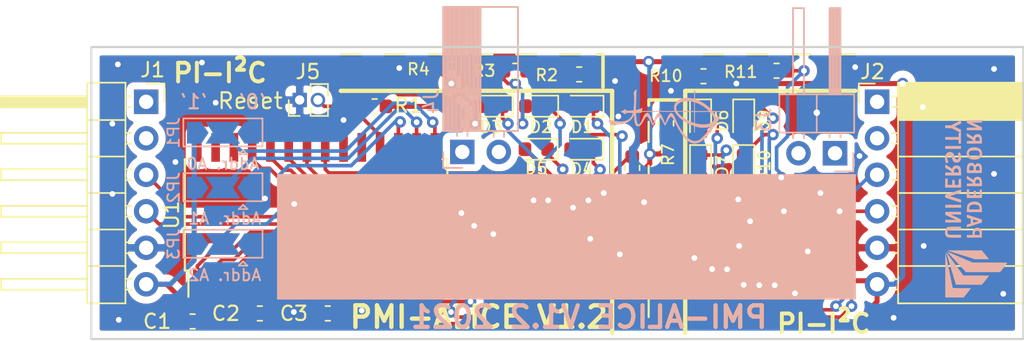
<source format=kicad_pcb>
(kicad_pcb (version 20171130) (host pcbnew 5.99.0+really5.1.12+dfsg1-1)
  (title_block (title PMI-ALICE) (date 2021-04-19) (rev "V 1.2") (company "Paderborn University - Measurement Engineering Group"))
  (layers (0 F.Cu signal) (31 B.Cu signal) (34 B.Paste user) (35 F.Paste user) (36 B.SilkS user) (37 F.SilkS user) (38 B.Mask user) (39 F.Mask user) (44 Edge.Cuts user))
  (net 0 "")
  (net 1 /SCL)
  (net 2 /SDA)
  (net 3 GND)
  (net 4 +3V3)
  (net 5 "Net-(D1-Pad2)")
  (net 6 "Net-(D2-Pad2)")
  (net 7 "Net-(D3-Pad2)")
  (net 8 "Net-(D4-Pad2)")
  (net 9 "Net-(D5-Pad2)")
  (net 10 "Net-(D6-Pad2)")
  (net 11 "Net-(D7-Pad2)")
  (net 12 "Net-(D8-Pad2)")
  (net 13 "Net-(D9-Pad2)")
  (net 14 "Net-(D10-Pad2)")
  (net 15 /D_MP_G)
  (net 16 /D_MP_R)
  (net 17 /D_MS_G)
  (net 18 /D_MS_Y)
  (net 19 /D_MS_R)
  (net 20 /D_SP_G)
  (net 21 /D_SP_R)
  (net 22 /D_SS_G)
  (net 23 /D_SS_Y)
  (net 24 /D_SS_R)
  (net 25 /A0)
  (net 26 /A1)
  (net 27 /A2)
  (net 28 "Net-(J5-Pad2)")
  (module Connector_PinHeader_1.27mm:PinHeader_1x02_P1.27mm_Vertical (layer F.Cu) (at 70.866001 58.293 90)
    (fp_text reference J5 (at 1.9685 0.5715 180) (layer F.SilkS))
    (fp_text value Reset)
    (pad 2 thru_hole oval (at 0 1.27 90) (size 1 1) (drill 0.65) (layers *.Cu *.Mask) (net 28 "Net-(J5-Pad2)"))
    (pad 1 thru_hole rect (at 0 0 90) (size 1 1) (drill 0.65) (layers *.Cu *.Mask) (net 3 GND))
  )
  (module Capacitor_SMD:C_0603_1608Metric (layer F.Cu) (at 107.823001 70.104 90)
    (fp_text reference C4 (at 2.35712 0.03048 90) (layer F.SilkS))
    (fp_text value 100n)
    (pad 2 smd roundrect (at 0.775 0 90) (size 0.9 0.95) (layers F.Cu F.Paste F.Mask) (net 3 GND))
    (pad 1 smd roundrect (at -0.775 0 90) (size 0.9 0.95) (layers F.Cu F.Paste F.Mask) (net 4 +3V3))
  )
  (module Connector_PinSocket_2.54mm:PinSocket_1x02_P2.54mm_Horizontal (layer B.Cu) (at 82.169001 61.90996 270)
    (fp_text reference J4 (at -3.48996 2.159 270) (layer B.SilkS) (effects (justify mirror)))
    (fp_text value "Board Conn")
    (pad 2 thru_hole oval (at 0 -2.54 270) (size 1.7 1.7) (drill 1) (layers *.Cu *.Mask))
    (pad 1 thru_hole rect (at 0 0 270) (size 1.7 1.7) (drill 1) (layers *.Cu *.Mask))
  )
  (module Jumper:SolderJumper-3_P2.0mm_Open_TrianglePad1.0x1.5mm (layer B.Cu) (at 65.532001 68.326 180)
    (fp_text reference JP3 (at 3.429 0 90) (layer B.SilkS) (effects (font (size 0.8 0.8) (thickness 0.13)) (justify mirror)))
    (fp_text value SolderJumper_Addr_A2)
    (pad 3 smd custom (at 2 0) (size 0.3 0.3) (layers B.Cu B.Mask) (net 4 +3V3) (options (clearance outline) (anchor rect)) (primitives (gr_poly (pts (xy -0.5 0.75) (xy 0.5 0.75) (xy 1 0) (xy 0.5 -0.75) (xy -0.5 -0.75)) (width 0))))
    (pad 2 smd custom (at 0 0 180) (size 0.3 0.3) (layers B.Cu) (net 27 /A2) (options (clearance outline) (anchor rect)) (primitives (gr_poly (pts (xy -1.2 0.75) (xy 1.2 0.75) (xy 0.7 0) (xy 1.2 -0.75) (xy -1.2 -0.75) (xy -0.7 0)) (width 0))))
    (pad 1 smd custom (at -2 0 180) (size 0.3 0.3) (layers B.Cu B.Mask) (net 3 GND) (options (clearance outline) (anchor rect)) (primitives (gr_poly (pts (xy -0.5 0.75) (xy 0.5 0.75) (xy 1 0) (xy 0.5 -0.75) (xy -0.5 -0.75)) (width 0))))
  )
  (module Jumper:SolderJumper-3_P2.0mm_Open_TrianglePad1.0x1.5mm (layer B.Cu) (at 65.532001 64.389 180)
    (fp_text reference JP2 (at 3.429 0 90) (layer B.SilkS) (effects (font (size 0.8 0.8) (thickness 0.13)) (justify mirror)))
    (fp_text value SolderJumper_Addr_A1)
    (pad 3 smd custom (at 2 0) (size 0.3 0.3) (layers B.Cu B.Mask) (net 4 +3V3) (options (clearance outline) (anchor rect)) (primitives (gr_poly (pts (xy -0.5 0.75) (xy 0.5 0.75) (xy 1 0) (xy 0.5 -0.75) (xy -0.5 -0.75)) (width 0))))
    (pad 2 smd custom (at 0 0 180) (size 0.3 0.3) (layers B.Cu) (net 26 /A1) (options (clearance outline) (anchor rect)) (primitives (gr_poly (pts (xy -1.2 0.75) (xy 1.2 0.75) (xy 0.7 0) (xy 1.2 -0.75) (xy -1.2 -0.75) (xy -0.7 0)) (width 0))))
    (pad 1 smd custom (at -2 0 180) (size 0.3 0.3) (layers B.Cu B.Mask) (net 3 GND) (options (clearance outline) (anchor rect)) (primitives (gr_poly (pts (xy -0.5 0.75) (xy 0.5 0.75) (xy 1 0) (xy 0.5 -0.75) (xy -0.5 -0.75)) (width 0))))
  )
  (module Jumper:SolderJumper-3_P2.0mm_Open_TrianglePad1.0x1.5mm (layer B.Cu) (at 65.532001 60.579 180)
    (fp_text reference JP1 (at 3.429 0 90) (layer B.SilkS) (effects (font (size 0.8 0.8) (thickness 0.12)) (justify mirror)))
    (fp_text value SolderJumper_Addr_A0)
    (pad 3 smd custom (at 2 0) (size 0.3 0.3) (layers B.Cu B.Mask) (net 4 +3V3) (options (clearance outline) (anchor rect)) (primitives (gr_poly (pts (xy -0.5 0.75) (xy 0.5 0.75) (xy 1 0) (xy 0.5 -0.75) (xy -0.5 -0.75)) (width 0))))
    (pad 2 smd custom (at 0 0 180) (size 0.3 0.3) (layers B.Cu) (net 25 /A0) (options (clearance outline) (anchor rect)) (primitives (gr_poly (pts (xy -1.2 0.75) (xy 1.2 0.75) (xy 0.7 0) (xy 1.2 -0.75) (xy -1.2 -0.75) (xy -0.7 0)) (width 0))))
    (pad 1 smd custom (at -2 0 180) (size 0.3 0.3) (layers B.Cu B.Mask) (net 3 GND) (options (clearance outline) (anchor rect)) (primitives (gr_poly (pts (xy -0.5 0.75) (xy 0.5 0.75) (xy 1 0) (xy 0.5 -0.75) (xy -0.5 -0.75)) (width 0))))
  )
  (module Connector_PinHeader_2.54mm:PinHeader_1x02_P2.54mm_Horizontal (layer B.Cu) (at 108.075001 62.0014 90)
    (fp_text reference J3 (at 2.3114 -4.951 270) (layer B.SilkS) (effects (justify mirror)))
    (fp_text value "Board Conn")
    (pad 2 thru_hole oval (at 0 -2.54 90) (size 1.7 1.7) (drill 1) (layers *.Cu *.Mask))
    (pad 1 thru_hole rect (at 0 0 90) (size 1.7 1.7) (drill 1) (layers *.Cu *.Mask))
  )
  (module Symbol-emt:UPB-Logo_En_12.3X4.3mm (layer B.Cu) (at 117.030501 64.4525 90)
    (fp_text reference H3 hide)
    (fp_text value UPB_Logo_Back)
  )
  (module Symbol-emt:EMT-Logo_8.2x4.1mm_Silkscreen (layer B.Cu) (at 96.266001 59.436 180)
    (fp_text reference H2 hide)
    (fp_text value EMT_Logo_Back)
  )
  (module Symbol-emt:EMT-Logo_5.1x2.5mm_Silkscreen (layer F.Cu) (at 87.503001 68.453)
    (fp_text reference H1 hide)
    (fp_text value EMT_Logo_Front)
  )
  (module Resistor_SMD:R_0603_1608Metric (layer F.Cu) (at 90.297001 56.515)
    (fp_text reference R2 (at -2.2606 0.0508 180) (layer F.SilkS) (effects (font (size 0.8 0.8) (thickness 0.13))))
    (fp_text value 560)
    (pad 2 smd roundrect (at 0.7875 0) (size 0.875 0.95) (layers F.Cu F.Paste F.Mask) (net 5 "Net-(D1-Pad2)"))
    (pad 1 smd roundrect (at -0.7875 0) (size 0.875 0.95) (layers F.Cu F.Paste F.Mask) (net 4 +3V3))
  )
  (module LED_SMD:LED_0603_1608Metric (layer F.Cu) (at 98.729801 59.7408 270)
    (fp_text reference D6 (at 0 -1.498601 90) (layer F.SilkS) (effects (font (size 0.8 0.8) (thickness 0.13))))
    (fp_text value SS_R)
    (pad 1 smd roundrect (at -0.7875 0 270) (size 0.875 0.95) (layers F.Cu F.Paste F.Mask) (net 24 /D_SS_R))
    (pad 2 smd roundrect (at 0.7875 0 270) (size 0.875 0.95) (layers F.Cu F.Paste F.Mask) (net 10 "Net-(D6-Pad2)"))
  )
  (module LED_SMD:LED_0603_1608Metric (layer F.Cu) (at 98.729801 62.9158 270)
    (fp_text reference D7 (at 0 -1.498601 90) (layer F.SilkS) (effects (font (size 0.8 0.8) (thickness 0.13))))
    (fp_text value SS_Y)
    (pad 2 smd roundrect (at 0.7875 0 270) (size 0.875 0.95) (layers F.Cu F.Paste F.Mask) (net 11 "Net-(D7-Pad2)"))
    (pad 1 smd roundrect (at -0.7875 0 270) (size 0.875 0.95) (layers F.Cu F.Paste F.Mask) (net 23 /D_SS_Y))
  )
  (module LED_SMD:LED_0603_1608Metric (layer F.Cu) (at 98.729801 66.1162 270)
    (fp_text reference D8 (at 0 -1.43 90) (layer F.SilkS) (effects (font (size 0.8 0.8) (thickness 0.13))))
    (fp_text value SS_G)
    (pad 1 smd roundrect (at -0.7875 0 270) (size 0.875 0.95) (layers F.Cu F.Paste F.Mask) (net 22 /D_SS_G))
    (pad 2 smd roundrect (at 0.7875 0 270) (size 0.875 0.95) (layers F.Cu F.Paste F.Mask) (net 12 "Net-(D8-Pad2)"))
  )
  (module LED_SMD:LED_0603_1608Metric (layer F.Cu) (at 101.727001 59.7408 270)
    (fp_text reference D9 (at 0 -1.43 90) (layer F.SilkS) (effects (font (size 0.8 0.8) (thickness 0.13))))
    (fp_text value SP_R)
    (pad 2 smd roundrect (at 0.7875 0 270) (size 0.875 0.95) (layers F.Cu F.Paste F.Mask) (net 13 "Net-(D9-Pad2)"))
    (pad 1 smd roundrect (at -0.7875 0 270) (size 0.875 0.95) (layers F.Cu F.Paste F.Mask) (net 21 /D_SP_R))
  )
  (module LED_SMD:LED_0603_1608Metric (layer F.Cu) (at 101.727001 62.9158 270)
    (fp_text reference D10 (at 0 -1.43 90) (layer F.SilkS) (effects (font (size 0.8 0.8) (thickness 0.13))))
    (fp_text value SP_G)
    (pad 1 smd roundrect (at -0.7875 0 270) (size 0.875 0.95) (layers F.Cu F.Paste F.Mask) (net 20 /D_SP_G))
    (pad 2 smd roundrect (at 0.7875 0 270) (size 0.875 0.95) (layers F.Cu F.Paste F.Mask) (net 14 "Net-(D10-Pad2)"))
  )
  (module Resistor_SMD:R_0603_1608Metric (layer F.Cu) (at 104.013001 56.261)
    (fp_text reference R11 (at -2.4892 0.0762 180) (layer F.SilkS) (effects (font (size 0.8 0.8) (thickness 0.13))))
    (fp_text value 330)
    (pad 1 smd roundrect (at -0.7875 0) (size 0.875 0.95) (layers F.Cu F.Paste F.Mask) (net 4 +3V3))
    (pad 2 smd roundrect (at 0.7875 0) (size 0.875 0.95) (layers F.Cu F.Paste F.Mask) (net 14 "Net-(D10-Pad2)"))
  )
  (module Resistor_SMD:R_0603_1608Metric (layer F.Cu) (at 96.3422 59.9186 90)
    (fp_text reference R7 (at -2.1844 0.127001 90) (layer F.SilkS) (effects (font (size 0.8 0.8) (thickness 0.13))))
    (fp_text value 560)
    (pad 2 smd roundrect (at 0.7875 0 90) (size 0.875 0.95) (layers F.Cu F.Paste F.Mask) (net 10 "Net-(D6-Pad2)"))
    (pad 1 smd roundrect (at -0.7875 0 90) (size 0.875 0.95) (layers F.Cu F.Paste F.Mask) (net 4 +3V3))
  )
  (module Resistor_SMD:R_0603_1608Metric (layer F.Cu) (at 96.596201 64.2875 90)
    (fp_text reference R8 (at -2.159 -0.0254 90) (layer F.SilkS) (effects (font (size 0.8 0.8) (thickness 0.13))))
    (fp_text value 330)
    (pad 1 smd roundrect (at -0.7875 0 90) (size 0.875 0.95) (layers F.Cu F.Paste F.Mask) (net 4 +3V3))
    (pad 2 smd roundrect (at 0.7875 0 90) (size 0.875 0.95) (layers F.Cu F.Paste F.Mask) (net 11 "Net-(D7-Pad2)"))
  )
  (module Resistor_SMD:R_0603_1608Metric (layer F.Cu) (at 96.393001 68.58 270)
    (fp_text reference R9 (at 2.2352 -0.0254 90) (layer F.SilkS) (effects (font (size 0.8 0.8) (thickness 0.13))))
    (fp_text value 330)
    (pad 2 smd roundrect (at 0.7875 0 270) (size 0.875 0.95) (layers F.Cu F.Paste F.Mask) (net 12 "Net-(D8-Pad2)"))
    (pad 1 smd roundrect (at -0.7875 0 270) (size 0.875 0.95) (layers F.Cu F.Paste F.Mask) (net 4 +3V3))
  )
  (module Resistor_SMD:R_0603_1608Metric (layer F.Cu) (at 98.933001 56.642 180)
    (fp_text reference R10 (at 2.6162 0.0254) (layer F.SilkS) (effects (font (size 0.8 0.8) (thickness 0.13))))
    (fp_text value 560)
    (pad 1 smd roundrect (at -0.7875 0 180) (size 0.875 0.95) (layers F.Cu F.Paste F.Mask) (net 4 +3V3))
    (pad 2 smd roundrect (at 0.7875 0 180) (size 0.875 0.95) (layers F.Cu F.Paste F.Mask) (net 13 "Net-(D9-Pad2)"))
  )
  (module LED_SMD:LED_0603_1608Metric (layer F.Cu) (at 90.5002 58.7248 180)
    (fp_text reference D1 (at 0 -1.4478 180) (layer F.SilkS) (effects (font (size 0.8 0.8) (thickness 0.13))))
    (fp_text value MS_R)
    (pad 1 smd roundrect (at -0.7875 0 180) (size 0.875 0.95) (layers F.Cu F.Paste F.Mask) (net 19 /D_MS_R))
    (pad 2 smd roundrect (at 0.7875 0 180) (size 0.875 0.95) (layers F.Cu F.Paste F.Mask) (net 5 "Net-(D1-Pad2)"))
  )
  (module LED_SMD:LED_0603_1608Metric (layer F.Cu) (at 87.350501 58.7248 180)
    (fp_text reference D2 (at -0.2795 -1.4478 180) (layer F.SilkS) (effects (font (size 0.8 0.8) (thickness 0.13))))
    (fp_text value MS_Y)
    (pad 2 smd roundrect (at 0.7875 0 180) (size 0.875 0.95) (layers F.Cu F.Paste F.Mask) (net 6 "Net-(D2-Pad2)"))
    (pad 1 smd roundrect (at -0.7875 0 180) (size 0.875 0.95) (layers F.Cu F.Paste F.Mask) (net 18 /D_MS_Y))
  )
  (module LED_SMD:LED_0603_1608Metric (layer F.Cu) (at 84.175601 58.7248 180)
    (fp_text reference D3 (at 0 -1.4478 180) (layer F.SilkS) (effects (font (size 0.8 0.8) (thickness 0.13))))
    (fp_text value MS_G)
    (pad 1 smd roundrect (at -0.7875 0 180) (size 0.875 0.95) (layers F.Cu F.Paste F.Mask) (net 17 /D_MS_G))
    (pad 2 smd roundrect (at 0.7875 0 180) (size 0.875 0.95) (layers F.Cu F.Paste F.Mask) (net 7 "Net-(D3-Pad2)"))
  )
  (module LED_SMD:LED_0603_1608Metric (layer F.Cu) (at 90.487501 61.722 180)
    (fp_text reference D4 (at 0 -1.397 180) (layer F.SilkS) (effects (font (size 0.8 0.8) (thickness 0.13))))
    (fp_text value MP_R)
    (pad 2 smd roundrect (at 0.7875 0 180) (size 0.875 0.95) (layers F.Cu F.Paste F.Mask) (net 8 "Net-(D4-Pad2)"))
    (pad 1 smd roundrect (at -0.7875 0 180) (size 0.875 0.95) (layers F.Cu F.Paste F.Mask) (net 16 /D_MP_R))
  )
  (module LED_SMD:LED_0603_1608Metric (layer F.Cu) (at 87.312501 61.722 180)
    (fp_text reference D5 (at 0 -1.3462 180) (layer F.SilkS) (effects (font (size 0.8 0.8) (thickness 0.13))))
    (fp_text value MP_G)
    (pad 1 smd roundrect (at -0.7875 0 180) (size 0.875 0.95) (layers F.Cu F.Paste F.Mask) (net 15 /D_MP_G))
    (pad 2 smd roundrect (at 0.7875 0 180) (size 0.875 0.95) (layers F.Cu F.Paste F.Mask) (net 9 "Net-(D5-Pad2)"))
  )
  (module Capacitor_SMD:C_0603_1608Metric (layer F.Cu) (at 72.821901 73.152 180)
    (fp_text reference C3 (at 2.3623 0 180) (layer F.SilkS))
    (fp_text value 100n)
    (pad 1 smd roundrect (at -0.7875 0 180) (size 0.875 0.95) (layers F.Cu F.Paste F.Mask) (net 4 +3V3))
    (pad 2 smd roundrect (at 0.7875 0 180) (size 0.875 0.95) (layers F.Cu F.Paste F.Mask) (net 3 GND))
  )
  (module Package_SO:SOIC-28W_7.5x17.9mm_P1.27mm (layer F.Cu) (at 72.009001 66.294 90)
    (fp_text reference U1 (at 0 -10.05 90) (layer F.SilkS))
    (fp_text value MCP23017-E/SO)
    (pad 1 smd rect (at -4.7 -8.255 90) (size 2 0.6) (layers F.Cu F.Paste F.Mask) (net 24 /D_SS_R))
    (pad 2 smd rect (at -4.7 -6.985 90) (size 2 0.6) (layers F.Cu F.Paste F.Mask) (net 23 /D_SS_Y))
    (pad 3 smd rect (at -4.7 -5.715 90) (size 2 0.6) (layers F.Cu F.Paste F.Mask) (net 22 /D_SS_G))
    (pad 4 smd rect (at -4.7 -4.445 90) (size 2 0.6) (layers F.Cu F.Paste F.Mask) (net 21 /D_SP_R))
    (pad 5 smd rect (at -4.7 -3.175 90) (size 2 0.6) (layers F.Cu F.Paste F.Mask) (net 20 /D_SP_G))
    (pad 6 smd rect (at -4.7 -1.905 90) (size 2 0.6) (layers F.Cu F.Paste F.Mask))
    (pad 7 smd rect (at -4.7 -0.635 90) (size 2 0.6) (layers F.Cu F.Paste F.Mask))
    (pad 8 smd rect (at -4.7 0.635 90) (size 2 0.6) (layers F.Cu F.Paste F.Mask))
    (pad 9 smd rect (at -4.7 1.905 90) (size 2 0.6) (layers F.Cu F.Paste F.Mask) (net 4 +3V3))
    (pad 10 smd rect (at -4.7 3.175 90) (size 2 0.6) (layers F.Cu F.Paste F.Mask) (net 3 GND))
    (pad 11 smd rect (at -4.7 4.445 90) (size 2 0.6) (layers F.Cu F.Paste F.Mask))
    (pad 12 smd rect (at -4.7 5.715 90) (size 2 0.6) (layers F.Cu F.Paste F.Mask) (net 1 /SCL))
    (pad 13 smd rect (at -4.7 6.985 90) (size 2 0.6) (layers F.Cu F.Paste F.Mask) (net 2 /SDA))
    (pad 14 smd rect (at -4.7 8.255 90) (size 2 0.6) (layers F.Cu F.Paste F.Mask))
    (pad 15 smd rect (at 4.7 8.255 90) (size 2 0.6) (layers F.Cu F.Paste F.Mask) (net 25 /A0))
    (pad 16 smd rect (at 4.7 6.985 90) (size 2 0.6) (layers F.Cu F.Paste F.Mask) (net 26 /A1))
    (pad 17 smd rect (at 4.7 5.715 90) (size 2 0.6) (layers F.Cu F.Paste F.Mask) (net 27 /A2))
    (pad 18 smd rect (at 4.7 4.445 90) (size 2 0.6) (layers F.Cu F.Paste F.Mask) (net 28 "Net-(J5-Pad2)"))
    (pad 19 smd rect (at 4.7 3.175 90) (size 2 0.6) (layers F.Cu F.Paste F.Mask))
    (pad 20 smd rect (at 4.7 1.905 90) (size 2 0.6) (layers F.Cu F.Paste F.Mask))
    (pad 21 smd rect (at 4.7 0.635 90) (size 2 0.6) (layers F.Cu F.Paste F.Mask) (net 19 /D_MS_R))
    (pad 22 smd rect (at 4.7 -0.635 90) (size 2 0.6) (layers F.Cu F.Paste F.Mask) (net 18 /D_MS_Y))
    (pad 23 smd rect (at 4.7 -1.905 90) (size 2 0.6) (layers F.Cu F.Paste F.Mask) (net 17 /D_MS_G))
    (pad 24 smd rect (at 4.7 -3.175 90) (size 2 0.6) (layers F.Cu F.Paste F.Mask) (net 16 /D_MP_R))
    (pad 25 smd rect (at 4.7 -4.445 90) (size 2 0.6) (layers F.Cu F.Paste F.Mask) (net 15 /D_MP_G))
    (pad 26 smd rect (at 4.7 -5.715 90) (size 2 0.6) (layers F.Cu F.Paste F.Mask))
    (pad 27 smd rect (at 4.7 -6.985 90) (size 2 0.6) (layers F.Cu F.Paste F.Mask))
    (pad 28 smd rect (at 4.7 -8.255 90) (size 2 0.6) (layers F.Cu F.Paste F.Mask))
  )
  (module Resistor_SMD:R_0603_1608Metric (layer F.Cu) (at 93.980001 63.0175 90)
    (fp_text reference R6 (at -2.1844 0 90) (layer F.SilkS) (effects (font (size 0.8 0.8) (thickness 0.13))))
    (fp_text value 330)
    (pad 2 smd roundrect (at 0.7875 0 90) (size 0.875 0.95) (layers F.Cu F.Paste F.Mask) (net 9 "Net-(D5-Pad2)"))
    (pad 1 smd roundrect (at -0.7875 0 90) (size 0.875 0.95) (layers F.Cu F.Paste F.Mask) (net 4 +3V3))
  )
  (module Resistor_SMD:R_0603_1608Metric (layer F.Cu) (at 76.073001 58.7375 180)
    (fp_text reference R1 (at -2.3495 0.0635) (layer F.SilkS))
    (fp_text value 10k)
    (pad 1 smd roundrect (at -0.7875 0 180) (size 0.875 0.95) (layers F.Cu F.Paste F.Mask) (net 4 +3V3))
    (pad 2 smd roundrect (at 0.7875 0 180) (size 0.875 0.95) (layers F.Cu F.Paste F.Mask) (net 28 "Net-(J5-Pad2)"))
  )
  (module Resistor_SMD:R_0603_1608Metric (layer F.Cu) (at 85.852001 56.261 180)
    (fp_text reference R3 (at 2.159 0) (layer F.SilkS) (effects (font (size 0.8 0.8) (thickness 0.13))))
    (fp_text value 330)
    (pad 1 smd roundrect (at -0.7875 0 180) (size 0.875 0.95) (layers F.Cu F.Paste F.Mask) (net 4 +3V3))
    (pad 2 smd roundrect (at 0.7875 0 180) (size 0.875 0.95) (layers F.Cu F.Paste F.Mask) (net 6 "Net-(D2-Pad2)"))
  )
  (module Resistor_SMD:R_0603_1608Metric (layer F.Cu) (at 81.407001 56.134 180)
    (fp_text reference R4 (at 2.286 -0.0254 180) (layer F.SilkS) (effects (font (size 0.8 0.8) (thickness 0.13))))
    (fp_text value 330)
    (pad 2 smd roundrect (at 0.7875 0 180) (size 0.875 0.95) (layers F.Cu F.Paste F.Mask) (net 7 "Net-(D3-Pad2)"))
    (pad 1 smd roundrect (at -0.7875 0 180) (size 0.875 0.95) (layers F.Cu F.Paste F.Mask) (net 4 +3V3))
  )
  (module Resistor_SMD:R_0603_1608Metric (layer F.Cu) (at 94.107001 68.2498 270)
    (fp_text reference R5 (at 2.413 0 90) (layer F.SilkS) (effects (font (size 0.8 0.8) (thickness 0.13))))
    (fp_text value 560)
    (pad 1 smd roundrect (at -0.7875 0 270) (size 0.875 0.95) (layers F.Cu F.Paste F.Mask) (net 4 +3V3))
    (pad 2 smd roundrect (at 0.7875 0 270) (size 0.875 0.95) (layers F.Cu F.Paste F.Mask) (net 8 "Net-(D4-Pad2)"))
  )
  (module Capacitor_SMD:C_0603_1608Metric (layer F.Cu) (at 68.097301 73.152)
    (fp_text reference C2 (at -2.3621 0) (layer F.SilkS))
    (fp_text value 100n)
    (pad 2 smd roundrect (at 0.7875 0) (size 0.875 0.95) (layers F.Cu F.Paste F.Mask) (net 3 GND))
    (pad 1 smd roundrect (at -0.7875 0) (size 0.875 0.95) (layers F.Cu F.Paste F.Mask) (net 4 +3V3))
  )
  (module Capacitor_SMD:C_0603_1608Metric (layer F.Cu) (at 63.423701 73.7108 180)
    (fp_text reference C1 (at 2.4625 0.007) (layer F.SilkS))
    (fp_text value 100n)
    (pad 1 smd roundrect (at -0.7875 0 180) (size 0.875 0.95) (layers F.Cu F.Paste F.Mask) (net 4 +3V3))
    (pad 2 smd roundrect (at 0.7875 0 180) (size 0.875 0.95) (layers F.Cu F.Paste F.Mask) (net 3 GND))
  )
  (module Pmod_Interface-emt:Pmod_Interface_Female6 (layer F.Cu) (at 110.998001 58.42)
    (fp_text reference J2 (at -0.3175 -2.0955 180) (layer F.SilkS))
    (fp_text value Pmod-Interface-I2C6-Out)
    (pad 6 thru_hole circle (at 0 12.7 180) (size 1.7 1.7) (drill 1) (layers *.Cu *.Mask) (net 4 +3V3))
    (pad 5 thru_hole oval (at 0 10.16 180) (size 1.7 1.7) (drill 1) (layers *.Cu *.Mask) (net 3 GND))
    (pad 4 thru_hole oval (at 0 7.62 180) (size 1.7 1.7) (drill 1) (layers *.Cu *.Mask) (net 2 /SDA))
    (pad 3 thru_hole oval (at 0 5.08 180) (size 1.7 1.7) (drill 1) (layers *.Cu *.Mask) (net 1 /SCL))
    (pad 2 thru_hole oval (at 0 2.54 180) (size 1.7 1.7) (drill 1) (layers *.Cu *.Mask))
    (pad 1 thru_hole rect (at 0 0 180) (size 1.7 1.7) (drill 1) (layers *.Cu *.Mask))
  )
  (module Pmod_Interface-emt:Pmod_Interface_Male6 (layer F.Cu) (at 60.198001 58.42)
    (fp_text reference J1 (at 0.4445 -2.2225) (layer F.SilkS))
    (fp_text value Pmod-Interface-I2C6-In)
    (pad 1 thru_hole rect (at 0 0) (size 1.7 1.7) (drill 1) (layers *.Cu *.Mask))
    (pad 2 thru_hole oval (at 0 2.54) (size 1.7 1.7) (drill 1) (layers *.Cu *.Mask))
    (pad 3 thru_hole oval (at 0 5.08) (size 1.7 1.7) (drill 1) (layers *.Cu *.Mask) (net 1 /SCL))
    (pad 4 thru_hole oval (at 0 7.62) (size 1.7 1.7) (drill 1) (layers *.Cu *.Mask) (net 2 /SDA))
    (pad 5 thru_hole oval (at 0 10.16) (size 1.7 1.7) (drill 1) (layers *.Cu *.Mask) (net 3 GND))
    (pad 6 thru_hole oval (at 0 12.7) (size 1.7 1.7) (drill 1) (layers *.Cu *.Mask) (net 4 +3V3))
  )
  (gr_text Reset (at 67.437001 58.3565) (layer F.SilkS) (effects (font (size 1.1 1.1))))
  (gr_text "PMI-ALICE V1.0" (at 78.549501 68.8975) (layer B.SilkS) (effects (font (size 1.5 1.5) (thickness 0.3)) (justify mirror)))
  (gr_text "PMI-ALICE V1.2" (at 83.312001 73.406) (layer F.SilkS) (effects (font (size 1.5 1.5) (thickness 0.3))))
  (gr_text '1' (at 63.500001 58.42) (layer B.SilkS) (effects (font (size 1 1)) (justify mirror)))
  (gr_text '0' (at 67.564001 58.42) (layer B.SilkS) (effects (font (size 1 1)) (justify mirror)))
  (gr_poly (pts (xy 109.474001 72.136) (xy 69.342001 72.136) (xy 69.342001 63.5) (xy 109.474001 63.5)) (layer B.SilkS) (width 0.1))
  (gr_text "Addr. A2" (at 65.659001 70.485) (layer B.SilkS) (effects (font (size 0.8 0.8) (thickness 0.13)) (justify mirror)))
  (gr_text "Addr. A1" (at 65.659001 66.548) (layer B.SilkS) (effects (font (size 0.8 0.8) (thickness 0.13)) (justify mirror)))
  (gr_text "Addr. A0" (at 65.532001 62.738) (layer B.SilkS) (effects (font (size 0.8 0.8) (thickness 0.13)) (justify mirror)))
  (gr_line (start 78.1685 55.118) (end 76.7715 55.118) (layer F.SilkS) (width 0.15))
  (gr_line (start 75.1205 55.118) (end 73.7235 55.118) (layer F.SilkS) (width 0.15))
  (gr_line (start 92.583001 57.658) (end 73.723501 57.658) (layer F.SilkS) (width 0.3))
  (gr_line (start 109.474001 55.118) (end 108.077001 55.118) (layer F.SilkS) (width 0.15))
  (gr_text PI-I²C (at 107.289601 73.8632) (layer F.SilkS) (effects (font (size 1.3 1.3) (thickness 0.27))))
  (gr_text PI-I²C (at 65.328801 56.4134) (layer F.SilkS) (effects (font (size 1.3 1.3) (thickness 0.27))))
  (gr_line (start 90.043001 67.183) (end 84.963001 67.183) (layer F.SilkS) (width 0.1))
  (gr_line (start 90.043001 69.723) (end 90.043001 67.183) (layer F.SilkS) (width 0.1))
  (gr_line (start 84.963001 69.723) (end 90.043001 69.723) (layer F.SilkS) (width 0.1))
  (gr_line (start 84.963001 67.183) (end 84.963001 69.723) (layer F.SilkS) (width 0.1))
  (gr_text "PMI-ALICE V1.2 2021" (at 90.982801 73.406) (layer B.SilkS) (effects (font (size 1.5 1.5) (thickness 0.3)) (justify mirror)))
  (gr_line (start 97.3582 58.293) (end 95.148401 58.293) (layer F.SilkS) (width 0.25))
  (gr_line (start 81.2165 55.118) (end 79.8195 55.118) (layer F.SilkS) (width 0.15))
  (gr_line (start 87.3125 55.118) (end 85.9155 55.118) (layer F.SilkS) (width 0.15))
  (gr_line (start 91.935301 55.118) (end 91.554301 55.118) (layer F.SilkS) (width 0.2))
  (gr_line (start 90.3605 55.118) (end 88.9635 55.118) (layer F.SilkS) (width 0.15))
  (gr_line (start 84.2645 55.118) (end 82.8675 55.118) (layer F.SilkS) (width 0.15))
  (gr_line (start 91.948001 57.404) (end 91.948001 55.1434) (layer F.SilkS) (width 0.25))
  (gr_line (start 100.330001 55.118) (end 98.933001 55.118) (layer F.SilkS) (width 0.15))
  (gr_line (start 103.378 55.118) (end 101.981 55.118) (layer F.SilkS) (width 0.15))
  (gr_line (start 106.426001 55.118) (end 105.029001 55.118) (layer F.SilkS) (width 0.15))
  (gr_line (start 121.158001 54.61) (end 121.158001 74.93) (layer Edge.Cuts) (width 0.15))
  (gr_line (start 95.123001 58.293) (end 95.123001 58.674) (layer F.SilkS) (width 0.2))
  (gr_line (start 95.123001 72.009) (end 95.123001 73.406) (layer F.SilkS) (width 0.15))
  (gr_line (start 95.123001 68.961) (end 95.123001 70.358) (layer F.SilkS) (width 0.15))
  (gr_line (start 95.123001 65.913) (end 95.123001 67.31) (layer F.SilkS) (width 0.15))
  (gr_line (start 95.123001 62.865) (end 95.123001 64.262) (layer F.SilkS) (width 0.15))
  (gr_line (start 95.123001 59.817) (end 95.123001 61.214) (layer F.SilkS) (width 0.15))
  (gr_line (start 97.663001 57.658) (end 97.663001 74.519) (layer F.SilkS) (width 0.3))
  (gr_line (start 109.474001 57.658) (end 97.663001 57.658) (layer F.SilkS) (width 0.3))
  (gr_line (start 92.583001 57.658) (end 92.583001 74.519) (layer F.SilkS) (width 0.3))
  (gr_line (start 56.388001 54.61) (end 121.158001 54.61) (layer Edge.Cuts) (width 0.15))
  (gr_line (start 56.388001 74.93) (end 121.158001 74.93) (layer Edge.Cuts) (width 0.15))
  (gr_line (start 56.388001 54.61) (end 56.388001 74.93) (layer Edge.Cuts) (width 0.15))
  (segment (start 77.724001 70.994) (end 77.724001 72.263) (width 0.25) (layer F.Cu) (net 1))
  (segment (start 77.724001 72.263) (end 78.549501 73.0885) (width 0.25) (layer F.Cu) (net 1))
  (via (at 82.105501 66.167) (size 0.8) (drill 0.4) (layers F.Cu B.Cu) (net 1))
  (via (at 109.220001 72.644) (size 0.8) (drill 0.4) (layers F.Cu B.Cu) (net 1))
  (segment (start 109.220001 72.644) (end 108.458001 73.406) (width 0.25) (layer F.Cu) (net 1))
  (segment (start 61.874401 65.8368) (end 61.874401 65.1764) (width 0.25) (layer F.Cu) (net 1))
  (segment (start 62.458601 66.421) (end 61.874401 65.8368) (width 0.25) (layer F.Cu) (net 1))
  (segment (start 81.851501 66.421) (end 62.458601 66.421) (width 0.25) (layer F.Cu) (net 1))
  (segment (start 82.105501 66.167) (end 81.851501 66.421) (width 0.25) (layer F.Cu) (net 1))
  (segment (start 61.874401 65.1764) (end 60.198001 63.5) (width 0.25) (layer F.Cu) (net 1))
  (segment (start 110.998001 63.5) (end 110.553501 63.5) (width 0.25) (layer B.Cu) (net 1))
  (segment (start 109.220001 64.8335) (end 109.220001 72.644) (width 0.25) (layer B.Cu) (net 1))
  (segment (start 110.553501 63.5) (end 109.220001 64.8335) (width 0.25) (layer B.Cu) (net 1))
  (segment (start 81.736101 73.406) (end 81.381601 73.0515) (width 0.25) (layer F.Cu) (net 1))
  (via (at 81.381601 73.0515) (size 0.8) (drill 0.4) (layers F.Cu B.Cu) (net 1))
  (segment (start 83.312001 73.406) (end 81.736101 73.406) (width 0.25) (layer F.Cu) (net 1))
  (segment (start 108.458001 73.406) (end 83.312001 73.406) (width 0.25) (layer F.Cu) (net 1))
  (segment (start 83.312001 73.406) (end 82.169001 73.406) (width 0.25) (layer F.Cu) (net 1))
  (segment (start 81.381601 72.5424) (end 81.381601 73.0515) (width 0.25) (layer B.Cu) (net 1))
  (segment (start 82.105501 71.8185) (end 81.381601 72.5424) (width 0.25) (layer B.Cu) (net 1))
  (segment (start 82.105501 66.167) (end 82.105501 71.8185) (width 0.25) (layer B.Cu) (net 1))
  (segment (start 81.344601 73.0885) (end 81.381601 73.0515) (width 0.25) (layer F.Cu) (net 1))
  (segment (start 78.549501 73.0885) (end 81.344601 73.0885) (width 0.25) (layer F.Cu) (net 1))
  (via (at 108.140501 72.644) (size 0.8) (drill 0.4) (layers F.Cu B.Cu) (net 2))
  (segment (start 108.140501 72.644) (end 108.712001 72.0725) (width 0.25) (layer B.Cu) (net 2))
  (via (at 108.394501 66.04) (size 0.8) (drill 0.4) (layers F.Cu B.Cu) (net 2))
  (segment (start 110.998001 66.04) (end 108.394501 66.04) (width 0.25) (layer F.Cu) (net 2))
  (segment (start 108.394501 66.1035) (end 108.712001 66.421) (width 0.25) (layer B.Cu) (net 2))
  (segment (start 108.394501 66.04) (end 108.394501 66.1035) (width 0.25) (layer B.Cu) (net 2))
  (segment (start 108.712001 66.421) (end 108.712001 72.0725) (width 0.25) (layer B.Cu) (net 2))
  (via (at 82.740501 72.3265) (size 0.8) (drill 0.4) (layers F.Cu B.Cu) (net 2))
  (segment (start 108.140501 72.644) (end 107.886501 72.898) (width 0.25) (layer F.Cu) (net 2))
  (segment (start 83.312001 72.898) (end 82.740501 72.3265) (width 0.25) (layer F.Cu) (net 2))
  (segment (start 107.886501 72.898) (end 83.312001 72.898) (width 0.25) (layer F.Cu) (net 2))
  (segment (start 60.198001 66.04) (end 61.087001 66.929) (width 0.25) (layer F.Cu) (net 2))
  (via (at 82.994501 67.056) (size 0.8) (drill 0.4) (layers F.Cu B.Cu) (net 2))
  (segment (start 61.087001 66.929) (end 82.867501 66.929) (width 0.25) (layer F.Cu) (net 2))
  (segment (start 82.867501 66.929) (end 82.994501 67.056) (width 0.25) (layer F.Cu) (net 2))
  (segment (start 82.740501 67.31) (end 82.994501 67.056) (width 0.25) (layer B.Cu) (net 2))
  (segment (start 82.740501 72.3265) (end 82.740501 67.31) (width 0.25) (layer B.Cu) (net 2))
  (segment (start 82.740501 72.3265) (end 79.629001 72.3265) (width 0.25) (layer F.Cu) (net 2))
  (segment (start 78.994001 71.6915) (end 78.994001 70.994) (width 0.25) (layer F.Cu) (net 2))
  (segment (start 79.629001 72.3265) (end 78.994001 71.6915) (width 0.25) (layer F.Cu) (net 2))
  (via (at 75.184001 72.9488) (size 0.8) (drill 0.4) (layers F.Cu B.Cu) (net 3))
  (via (at 84.328001 67.6275) (size 0.8) (drill 0.4) (layers F.Cu B.Cu) (net 3))
  (via (at 58.293001 73.5965) (size 0.8) (drill 0.4) (layers F.Cu B.Cu) (net 3))
  (via (at 57.848501 64.8335) (size 0.8) (drill 0.4) (layers F.Cu B.Cu) (net 3))
  (via (at 57.848501 59.944) (size 0.8) (drill 0.4) (layers F.Cu B.Cu) (net 3))
  (via (at 58.229501 55.8165) (size 0.8) (drill 0.4) (layers F.Cu B.Cu) (net 3))
  (via (at 105.293161 71.74992) (size 0.8) (drill 0.4) (layers F.Cu B.Cu) (net 3))
  (via (at 106.177081 68.834) (size 0.8) (drill 0.4) (layers F.Cu B.Cu) (net 3))
  (via (at 107.061001 64.77) (size 0.8) (drill 0.4) (layers F.Cu B.Cu) (net 3))
  (via (at 119.126001 56.134) (size 0.8) (drill 0.4) (layers F.Cu B.Cu) (net 3))
  (via (at 114.173001 58.801) (size 0.8) (drill 0.4) (layers F.Cu B.Cu) (net 3))
  (via (at 119.126001 63.4365) (size 0.8) (drill 0.4) (layers F.Cu B.Cu) (net 3))
  (via (at 112.146081 73.4568) (size 0.8) (drill 0.4) (layers F.Cu B.Cu) (net 3))
  (via (at 114.236501 68.453) (size 0.8) (drill 0.4) (layers F.Cu B.Cu) (net 3))
  (via (at 104.521001 66.04) (size 0.8) (drill 0.4) (layers F.Cu B.Cu) (net 3))
  (via (at 98.298001 69.2912) (size 0.8) (drill 0.4) (layers F.Cu B.Cu) (net 3))
  (via (at 91.059001 67.9577) (size 0.8) (drill 0.4) (layers F.Cu B.Cu) (net 3))
  (via (at 109.474001 56.007) (size 0.8) (drill 0.4) (layers F.Cu B.Cu) (net 3))
  (via (at 92.786201 56.9722) (size 0.8) (drill 0.4) (layers F.Cu B.Cu) (net 3))
  (via (at 96.672401 57.658) (size 0.8) (drill 0.4) (layers F.Cu B.Cu) (net 3))
  (via (at 94.805501 65.405) (size 0.8) (drill 0.4) (layers F.Cu B.Cu) (net 3))
  (via (at 119.766081 71.78548) (size 0.8) (drill 0.4) (layers F.Cu B.Cu) (net 3))
  (via (at 62.230001 62.611) (size 0.8) (drill 0.4) (layers F.Cu B.Cu) (net 3))
  (via (at 70.485001 65.532) (size 0.8) (drill 0.4) (layers F.Cu B.Cu) (net 3))
  (via (at 109.778801 62.1919) (size 0.8) (drill 0.4) (layers F.Cu B.Cu) (net 3))
  (via (at 101.219001 57.15) (size 0.8) (drill 0.4) (layers F.Cu B.Cu) (net 3))
  (via (at 106.807001 59.182) (size 0.8) (drill 0.45) (layers F.Cu B.Cu) (net 3))
  (via (at 68.453001 65.151) (size 0.8) (drill 0.4) (layers F.Cu B.Cu) (net 3))
  (via (at 101.346001 65.2145) (size 0.8) (drill 0.4) (layers F.Cu B.Cu) (net 3))
  (via (at 101.409501 68.453) (size 0.8) (drill 0.4) (layers F.Cu B.Cu) (net 3))
  (via (at 65.024001 58.4835) (size 0.8) (drill 0.4) (layers F.Cu B.Cu) (net 3))
  (via (at 64.071501 55.6895) (size 0.8) (drill 0.4) (layers F.Cu B.Cu) (net 3))
  (via (at 77.787501 56.0705) (size 0.8) (drill 0.4) (layers F.Cu B.Cu) (net 3))
  (via (at 93.014801 59.436) (size 0.8) (drill 0.4) (layers F.Cu B.Cu) (net 3))
  (via (at 70.459601 73.0504) (size 0.8) (drill 0.4) (layers F.Cu B.Cu) (net 3))
  (via (at 73.914001 59.69) (size 0.8) (drill 0.4) (layers F.Cu B.Cu) (net 3))
  (segment (start 93.853001 64.0335) (end 93.980001 63.9065) (width 0.35) (layer F.Cu) (net 4))
  (via (at 95.123001 55.626) (size 0.8) (drill 0.45) (layers F.Cu B.Cu) (net 4))
  (segment (start 110.985001 71.133) (end 110.998001 71.12) (width 0.35) (layer F.Cu) (net 4))
  (segment (start 93.980001 63.9065) (end 94.157701 63.9065) (width 0.35) (layer F.Cu) (net 4))
  (segment (start 93.980001 63.9065) (end 93.980001 63.7032) (width 0.35) (layer F.Cu) (net 4))
  (segment (start 96.469401 65.075) (end 96.596201 65.075) (width 0.35) (layer F.Cu) (net 4))
  (via (at 95.199201 62.0522) (size 0.8) (drill 0.45) (layers F.Cu B.Cu) (net 4))
  (segment (start 95.199201 62.7253) (end 95.199201 62.0522) (width 0.35) (layer F.Cu) (net 4))
  (segment (start 95.199201 55.7022) (end 95.123001 55.626) (width 0.35) (layer B.Cu) (net 4))
  (segment (start 95.199201 62.0522) (end 95.199201 55.7022) (width 0.35) (layer B.Cu) (net 4))
  (segment (start 96.177101 67.7925) (end 96.355001 67.7925) (width 0.35) (layer F.Cu) (net 4))
  (segment (start 96.355001 67.7925) (end 97.599501 66.548) (width 0.35) (layer F.Cu) (net 4))
  (segment (start 97.599501 66.0783) (end 96.596201 65.075) (width 0.35) (layer F.Cu) (net 4))
  (segment (start 97.599501 66.548) (end 97.599501 66.0783) (width 0.35) (layer F.Cu) (net 4))
  (segment (start 95.199201 62.0522) (end 95.910401 62.0522) (width 0.35) (layer F.Cu) (net 4))
  (segment (start 96.3422 61.620401) (end 96.3422 60.7061) (width 0.35) (layer F.Cu) (net 4))
  (segment (start 95.910401 62.0522) (end 96.3422 61.620401) (width 0.35) (layer F.Cu) (net 4))
  (segment (start 95.199201 62.0522) (end 95.199201 61.8617) (width 0.35) (layer F.Cu) (net 4))
  (segment (start 109.410501 73.914) (end 110.998001 72.3265) (width 0.35) (layer F.Cu) (net 4))
  (segment (start 110.998001 72.3265) (end 110.998001 71.12) (width 0.35) (layer F.Cu) (net 4))
  (segment (start 60.198001 71.12) (end 61.874401 71.12) (width 0.35) (layer B.Cu) (net 4))
  (segment (start 63.532001 69.4624) (end 63.532001 68.326) (width 0.35) (layer B.Cu) (net 4))
  (segment (start 61.874401 71.12) (end 63.532001 69.4624) (width 0.35) (layer B.Cu) (net 4))
  (segment (start 63.532001 68.326) (end 63.532001 64.389) (width 0.35) (layer B.Cu) (net 4))
  (segment (start 63.532001 64.389) (end 63.532001 60.579) (width 0.35) (layer B.Cu) (net 4))
  (segment (start 103.098501 56.388) (end 103.225501 56.261) (width 0.35) (layer F.Cu) (net 4))
  (segment (start 94.107001 67.4623) (end 95.021301 67.4623) (width 0.35) (layer F.Cu) (net 4))
  (segment (start 95.351501 67.7925) (end 96.393001 67.7925) (width 0.35) (layer F.Cu) (net 4))
  (segment (start 95.021301 67.4623) (end 95.351501 67.7925) (width 0.35) (layer F.Cu) (net 4))
  (segment (start 90.398501 55.626) (end 89.509501 56.515) (width 0.35) (layer F.Cu) (net 4))
  (segment (start 95.123001 55.626) (end 90.398501 55.626) (width 0.35) (layer F.Cu) (net 4))
  (segment (start 99.720501 56.388) (end 99.720501 56.3625) (width 0.35) (layer F.Cu) (net 4))
  (segment (start 99.720501 56.3625) (end 100.457001 55.626) (width 0.35) (layer F.Cu) (net 4))
  (segment (start 102.590501 55.626) (end 103.225501 56.261) (width 0.35) (layer F.Cu) (net 4))
  (segment (start 100.457001 55.626) (end 102.590501 55.626) (width 0.35) (layer F.Cu) (net 4))
  (segment (start 89.509501 56.515) (end 89.509501 56.4895) (width 0.35) (layer F.Cu) (net 4))
  (segment (start 82.804001 55.245) (end 85.852001 55.245) (width 0.35) (layer F.Cu) (net 4))
  (segment (start 86.639501 56.0325) (end 86.639501 56.261) (width 0.35) (layer F.Cu) (net 4))
  (segment (start 85.852001 55.245) (end 86.639501 56.0325) (width 0.35) (layer F.Cu) (net 4))
  (segment (start 103.225501 56.261) (end 103.225501 56.8705) (width 0.35) (layer F.Cu) (net 4))
  (segment (start 103.225501 56.8705) (end 103.505001 57.15) (width 0.35) (layer F.Cu) (net 4))
  (segment (start 86.639501 56.261) (end 86.639501 56.2355) (width 0.35) (layer F.Cu) (net 4))
  (segment (start 86.639501 56.2355) (end 87.503001 55.372) (width 0.35) (layer F.Cu) (net 4))
  (segment (start 88.366501 55.372) (end 89.509501 56.515) (width 0.35) (layer F.Cu) (net 4))
  (segment (start 87.503001 55.372) (end 88.366501 55.372) (width 0.35) (layer F.Cu) (net 4))
  (segment (start 63.500001 60.547) (end 63.532001 60.579) (width 0.35) (layer B.Cu) (net 4))
  (segment (start 82.194501 55.8545) (end 82.804001 55.245) (width 0.35) (layer F.Cu) (net 4))
  (segment (start 82.194501 56.134) (end 82.194501 55.8545) (width 0.35) (layer F.Cu) (net 4))
  (segment (start 93.980001 63.9065) (end 94.069001 63.9065) (width 0.35) (layer F.Cu) (net 4))
  (segment (start 94.069001 63.9065) (end 94.551501 64.389) (width 0.35) (layer F.Cu) (net 4))
  (segment (start 95.910201 64.389) (end 96.596201 65.075) (width 0.35) (layer F.Cu) (net 4))
  (segment (start 94.551501 64.389) (end 95.910201 64.389) (width 0.35) (layer F.Cu) (net 4))
  (segment (start 93.980001 63.9065) (end 94.018001 63.9065) (width 0.35) (layer F.Cu) (net 4))
  (segment (start 94.018001 63.9065) (end 95.199201 62.7253) (width 0.35) (layer F.Cu) (net 4))
  (segment (start 110.998001 71.12) (end 112.204501 71.12) (width 0.35) (layer B.Cu) (net 4))
  (segment (start 112.776001 70.5485) (end 112.776001 57.15) (width 0.35) (layer B.Cu) (net 4))
  (via (at 112.776001 57.15) (size 0.8) (drill 0.45) (layers F.Cu B.Cu) (net 4))
  (segment (start 112.204501 71.12) (end 112.776001 70.5485) (width 0.35) (layer B.Cu) (net 4))
  (segment (start 103.505001 57.15) (end 112.776001 57.15) (width 0.35) (layer F.Cu) (net 4))
  (segment (start 110.757001 70.879) (end 110.998001 71.12) (width 0.35) (layer F.Cu) (net 4))
  (segment (start 107.823001 70.879) (end 110.757001 70.879) (width 0.35) (layer F.Cu) (net 4))
  (segment (start 73.914001 72.6948) (end 73.456801 73.152) (width 0.35) (layer F.Cu) (net 4))
  (segment (start 73.914001 70.994) (end 73.914001 72.6948) (width 0.35) (layer F.Cu) (net 4))
  (segment (start 73.456801 73.152) (end 74.218801 73.914) (width 0.35) (layer F.Cu) (net 4))
  (segment (start 74.218801 73.914) (end 109.410501 73.914) (width 0.35) (layer F.Cu) (net 4))
  (segment (start 67.005201 73.152) (end 67.957701 74.1045) (width 0.35) (layer F.Cu) (net 4))
  (segment (start 67.957701 74.1045) (end 72.504301 74.1045) (width 0.35) (layer F.Cu) (net 4))
  (segment (start 73.456801 73.152) (end 72.504301 74.1045) (width 0.35) (layer F.Cu) (net 4))
  (segment (start 73.609401 73.152) (end 73.456801 73.152) (width 0.35) (layer F.Cu) (net 4))
  (segment (start 60.198001 71.12) (end 61.620401 71.12) (width 0.35) (layer F.Cu) (net 4))
  (segment (start 61.620401 71.12) (end 63.246001 72.7456) (width 0.35) (layer F.Cu) (net 4))
  (segment (start 63.246001 72.7456) (end 64.211201 73.7108) (width 0.35) (layer F.Cu) (net 4))
  (segment (start 67.309801 73.152) (end 66.446401 73.152) (width 0.35) (layer F.Cu) (net 4))
  (segment (start 65.887601 73.7108) (end 64.211201 73.7108) (width 0.35) (layer F.Cu) (net 4))
  (segment (start 66.446401 73.152) (end 65.887601 73.7108) (width 0.35) (layer F.Cu) (net 4))
  (segment (start 80.966503 58.7375) (end 76.860501 58.7375) (width 0.35) (layer F.Cu) (net 4))
  (segment (start 82.194501 57.509502) (end 80.966503 58.7375) (width 0.35) (layer F.Cu) (net 4))
  (segment (start 82.194501 56.134) (end 82.194501 57.509502) (width 0.35) (layer F.Cu) (net 4))
  (segment (start 98.704501 55.626) (end 99.720501 56.642) (width 0.35) (layer F.Cu) (net 4))
  (segment (start 95.123001 55.626) (end 98.704501 55.626) (width 0.35) (layer F.Cu) (net 4))
  (segment (start 89.916001 57.785) (end 89.7127 57.988301) (width 0.25) (layer F.Cu) (net 5))
  (segment (start 90.805001 57.785) (end 89.916001 57.785) (width 0.25) (layer F.Cu) (net 5))
  (segment (start 91.059101 57.5309) (end 90.805001 57.785) (width 0.25) (layer F.Cu) (net 5))
  (segment (start 89.7127 57.988301) (end 89.7127 58.7248) (width 0.25) (layer F.Cu) (net 5))
  (segment (start 91.059101 56.5404) (end 91.084501 56.515) (width 0.25) (layer F.Cu) (net 5))
  (segment (start 91.059101 57.5309) (end 91.059101 56.5404) (width 0.25) (layer F.Cu) (net 5))
  (segment (start 86.487001 58.8008) (end 86.563001 58.7248) (width 0.25) (layer F.Cu) (net 6))
  (via (at 86.360001 59.944) (size 0.8) (drill 0.4) (layers F.Cu B.Cu) (net 6))
  (segment (start 86.360001 58.9278) (end 86.563001 58.7248) (width 0.25) (layer F.Cu) (net 6))
  (segment (start 86.360001 59.944) (end 86.360001 58.9278) (width 0.25) (layer F.Cu) (net 6))
  (segment (start 85.064501 56.261) (end 85.064501 56.8705) (width 0.25) (layer F.Cu) (net 6))
  (segment (start 85.064501 56.8705) (end 85.344001 57.15) (width 0.25) (layer F.Cu) (net 6))
  (via (at 85.852001 57.15) (size 0.8) (drill 0.4) (layers F.Cu B.Cu) (net 6))
  (segment (start 85.344001 57.15) (end 85.852001 57.15) (width 0.25) (layer F.Cu) (net 6))
  (segment (start 86.360001 57.658) (end 85.852001 57.15) (width 0.25) (layer B.Cu) (net 6))
  (segment (start 86.360001 59.944) (end 86.360001 57.658) (width 0.25) (layer B.Cu) (net 6))
  (segment (start 83.388101 58.7248) (end 83.375401 58.7121) (width 0.25) (layer F.Cu) (net 7))
  (segment (start 83.388101 58.7248) (end 83.362801 58.7248) (width 0.25) (layer F.Cu) (net 7))
  (segment (start 83.311901 58.801) (end 83.388101 58.7248) (width 0.25) (layer F.Cu) (net 7))
  (segment (start 80.619501 56.388) (end 80.619501 56.3625) (width 0.25) (layer F.Cu) (net 7))
  (segment (start 83.058001 59.0549) (end 83.388101 58.7248) (width 0.25) (layer F.Cu) (net 7))
  (segment (start 83.058001 59.944) (end 83.058001 59.0549) (width 0.25) (layer F.Cu) (net 7))
  (via (at 83.058001 59.944) (size 0.8) (drill 0.4) (layers F.Cu B.Cu) (net 7))
  (segment (start 80.619501 56.134) (end 80.619501 56.299) (width 0.25) (layer F.Cu) (net 7))
  (via (at 81.407001 57.15) (size 0.8) (drill 0.4) (layers F.Cu B.Cu) (net 7))
  (segment (start 80.619501 56.134) (end 80.619501 56.3625) (width 0.25) (layer F.Cu) (net 7))
  (segment (start 80.619501 56.3625) (end 81.407001 57.15) (width 0.25) (layer F.Cu) (net 7))
  (segment (start 83.058001 58.801) (end 83.058001 59.944) (width 0.25) (layer B.Cu) (net 7))
  (segment (start 81.407001 57.15) (end 83.058001 58.801) (width 0.25) (layer B.Cu) (net 7))
  (segment (start 89.700001 61.722) (end 89.700001 61.4808) (width 0.25) (layer F.Cu) (net 8))
  (segment (start 89.700001 61.722) (end 89.712801 61.722) (width 0.25) (layer F.Cu) (net 8))
  (segment (start 89.712801 61.722) (end 90.728801 60.706) (width 0.25) (layer F.Cu) (net 8))
  (via (at 93.116401 69.0372) (size 0.8) (drill 0.4) (layers F.Cu B.Cu) (net 8))
  (segment (start 94.107001 69.0373) (end 93.116501 69.0373) (width 0.25) (layer F.Cu) (net 8))
  (segment (start 93.116501 69.0373) (end 93.116401 69.0372) (width 0.25) (layer F.Cu) (net 8))
  (via (at 93.268801 60.8076) (size 0.8) (drill 0.4) (layers F.Cu B.Cu) (net 8))
  (segment (start 93.116401 69.0372) (end 93.116401 60.96) (width 0.25) (layer B.Cu) (net 8))
  (segment (start 93.116401 60.96) (end 93.268801 60.8076) (width 0.25) (layer B.Cu) (net 8))
  (segment (start 93.167201 60.706) (end 90.728801 60.706) (width 0.25) (layer F.Cu) (net 8))
  (segment (start 93.268801 60.8076) (end 93.167201 60.706) (width 0.25) (layer F.Cu) (net 8))
  (segment (start 88.833961 64.008) (end 86.547961 61.722) (width 0.25) (layer F.Cu) (net 9))
  (segment (start 86.547961 61.722) (end 86.537701 61.722) (width 0.25) (layer F.Cu) (net 9))
  (segment (start 88.833961 64.008) (end 91.998801 64.008) (width 0.25) (layer F.Cu) (net 9))
  (segment (start 93.776801 62.23) (end 93.980001 62.23) (width 0.25) (layer F.Cu) (net 9))
  (segment (start 91.998801 64.008) (end 93.776801 62.23) (width 0.25) (layer F.Cu) (net 9))
  (segment (start 98.7552 60.4013) (end 98.475901 60.4013) (width 0.25) (layer F.Cu) (net 10))
  (segment (start 97.408901 59.3343) (end 96.3422 59.3343) (width 0.25) (layer F.Cu) (net 10))
  (segment (start 98.475901 60.4013) (end 97.408901 59.3343) (width 0.25) (layer F.Cu) (net 10))
  (segment (start 98.628401 63.8047) (end 98.729801 63.7033) (width 0.25) (layer F.Cu) (net 11))
  (segment (start 96.723201 63.8047) (end 98.628401 63.8047) (width 0.25) (layer F.Cu) (net 11))
  (segment (start 98.729801 66.9037) (end 98.005801 66.9037) (width 0.25) (layer F.Cu) (net 12))
  (segment (start 98.005801 66.9037) (end 97.218501 67.691) (width 0.25) (layer F.Cu) (net 12))
  (segment (start 97.218501 68.3261) (end 96.177101 69.3675) (width 0.25) (layer F.Cu) (net 12))
  (segment (start 97.218501 67.691) (end 97.218501 68.3261) (width 0.25) (layer F.Cu) (net 12))
  (segment (start 101.6762 60.4268) (end 101.574801 60.4268) (width 0.25) (layer F.Cu) (net 13))
  (segment (start 98.145501 57.6325) (end 98.145501 56.388) (width 0.25) (layer F.Cu) (net 13))
  (segment (start 98.552001 58.039) (end 98.145501 57.6325) (width 0.25) (layer F.Cu) (net 13))
  (segment (start 99.441001 58.039) (end 98.552001 58.039) (width 0.25) (layer F.Cu) (net 13))
  (segment (start 101.549301 60.5283) (end 100.457001 59.436) (width 0.25) (layer F.Cu) (net 13))
  (segment (start 101.727001 60.5283) (end 101.549301 60.5283) (width 0.25) (layer F.Cu) (net 13))
  (segment (start 100.457001 59.436) (end 100.203001 59.436) (width 0.25) (layer F.Cu) (net 13))
  (segment (start 99.822001 59.055) (end 99.822001 58.42) (width 0.25) (layer F.Cu) (net 13))
  (segment (start 99.822001 58.42) (end 99.441001 58.039) (width 0.25) (layer F.Cu) (net 13))
  (segment (start 100.203001 59.436) (end 99.822001 59.055) (width 0.25) (layer F.Cu) (net 13))
  (via (at 104.330501 63.6905) (size 0.8) (drill 0.4) (layers F.Cu B.Cu) (net 14))
  (segment (start 104.317701 63.7033) (end 104.330501 63.6905) (width 0.25) (layer F.Cu) (net 14))
  (segment (start 101.727001 63.7033) (end 104.317701 63.7033) (width 0.25) (layer F.Cu) (net 14))
  (segment (start 104.330501 63.6905) (end 104.330501 63.4365) (width 0.25) (layer B.Cu) (net 14))
  (segment (start 104.330501 63.4365) (end 104.013001 63.119) (width 0.25) (layer B.Cu) (net 14))
  (segment (start 104.013001 63.119) (end 104.013001 61.595) (width 0.25) (layer B.Cu) (net 14))
  (segment (start 104.013001 61.595) (end 104.775001 60.833) (width 0.25) (layer B.Cu) (net 14))
  (via (at 105.918001 56.261) (size 0.8) (drill 0.4) (layers F.Cu B.Cu) (net 14))
  (segment (start 104.775001 60.833) (end 104.775001 57.404) (width 0.25) (layer B.Cu) (net 14))
  (segment (start 104.775001 57.404) (end 105.918001 56.261) (width 0.25) (layer B.Cu) (net 14))
  (segment (start 105.918001 56.261) (end 104.800501 56.261) (width 0.25) (layer F.Cu) (net 14))
  (segment (start 67.564001 61.594) (end 67.564001 62.4205) (width 0.25) (layer F.Cu) (net 15))
  (segment (start 67.564001 62.4205) (end 68.199001 63.0555) (width 0.25) (layer F.Cu) (net 15))
  (segment (start 68.199001 63.0555) (end 68.770501 63.0555) (width 0.25) (layer F.Cu) (net 15))
  (segment (start 68.770501 63.0555) (end 69.405501 63.6905) (width 0.25) (layer F.Cu) (net 15))
  (segment (start 69.405501 63.6905) (end 70.040501 63.6905) (width 0.25) (layer F.Cu) (net 15))
  (via (at 89.154001 63.119) (size 0.8) (drill 0.4) (layers F.Cu B.Cu) (net 15))
  (segment (start 88.100001 61.722) (end 88.100001 62.065) (width 0.25) (layer F.Cu) (net 15))
  (segment (start 88.100001 62.065) (end 89.154001 63.119) (width 0.25) (layer F.Cu) (net 15))
  (segment (start 89.154001 63.119) (end 89.217501 63.1825) (width 0.25) (layer B.Cu) (net 15))
  (segment (start 70.040501 63.6905) (end 70.091301 63.6905) (width 0.25) (layer F.Cu) (net 15))
  (segment (start 70.091301 63.6905) (end 71.780401 65.3796) (width 0.25) (layer F.Cu) (net 15))
  (segment (start 71.780401 65.3796) (end 85.293201 65.3796) (width 0.25) (layer F.Cu) (net 15))
  (segment (start 85.293201 65.3796) (end 85.344001 65.3796) (width 0.25) (layer F.Cu) (net 15))
  (segment (start 85.344001 65.3796) (end 86.461601 66.4972) (width 0.25) (layer F.Cu) (net 15))
  (segment (start 86.461601 66.4972) (end 88.747601 66.4972) (width 0.25) (layer F.Cu) (net 15))
  (via (at 89.865201 65.786) (size 0.8) (drill 0.4) (layers F.Cu B.Cu) (net 15))
  (segment (start 88.747601 66.4972) (end 89.458801 65.786) (width 0.25) (layer F.Cu) (net 15))
  (segment (start 89.458801 65.786) (end 89.865201 65.786) (width 0.25) (layer F.Cu) (net 15))
  (segment (start 89.154001 65.0748) (end 89.865201 65.786) (width 0.25) (layer B.Cu) (net 15))
  (segment (start 89.154001 63.119) (end 89.154001 65.0748) (width 0.25) (layer B.Cu) (net 15))
  (segment (start 86.677501 66.04) (end 88.519001 66.04) (width 0.25) (layer F.Cu) (net 16))
  (segment (start 68.834001 62.2935) (end 69.723001 63.1825) (width 0.25) (layer F.Cu) (net 16))
  (segment (start 68.834001 61.594) (end 68.834001 62.2935) (width 0.25) (layer F.Cu) (net 16))
  (segment (start 85.509101 64.8716) (end 86.677501 66.04) (width 0.25) (layer F.Cu) (net 16))
  (segment (start 69.723001 63.1825) (end 70.243701 63.1825) (width 0.25) (layer F.Cu) (net 16))
  (segment (start 88.519001 66.04) (end 89.217501 65.3415) (width 0.25) (layer F.Cu) (net 16))
  (segment (start 70.243701 63.1825) (end 71.932801 64.8716) (width 0.25) (layer F.Cu) (net 16))
  (segment (start 71.932801 64.8716) (end 85.509101 64.8716) (width 0.25) (layer F.Cu) (net 16))
  (segment (start 89.217501 65.3415) (end 89.230201 65.3288) (width 0.25) (layer F.Cu) (net 16))
  (via (at 91.744801 63.1444) (size 0.8) (drill 0.4) (layers F.Cu B.Cu) (net 16))
  (segment (start 91.275001 62.6746) (end 91.275001 61.722) (width 0.25) (layer F.Cu) (net 16))
  (segment (start 91.744801 63.1444) (end 91.275001 62.6746) (width 0.25) (layer F.Cu) (net 16))
  (segment (start 89.217501 65.3415) (end 89.535001 65.024) (width 0.25) (layer F.Cu) (net 16))
  (segment (start 89.535001 65.024) (end 90.170001 65.024) (width 0.25) (layer F.Cu) (net 16))
  (via (at 90.932001 65.278) (size 0.8) (drill 0.4) (layers F.Cu B.Cu) (net 16))
  (segment (start 90.170001 65.024) (end 90.678001 65.024) (width 0.25) (layer F.Cu) (net 16))
  (segment (start 90.678001 65.024) (end 90.932001 65.278) (width 0.25) (layer F.Cu) (net 16))
  (segment (start 90.932001 63.9572) (end 90.932001 65.278) (width 0.25) (layer B.Cu) (net 16))
  (segment (start 91.744801 63.1444) (end 90.932001 63.9572) (width 0.25) (layer B.Cu) (net 16))
  (via (at 85.344001 59.944) (size 0.8) (drill 0.4) (layers F.Cu B.Cu) (net 17))
  (segment (start 84.963101 59.5631) (end 85.344001 59.944) (width 0.25) (layer F.Cu) (net 17))
  (segment (start 84.963101 58.7248) (end 84.963101 59.5631) (width 0.25) (layer F.Cu) (net 17))
  (segment (start 85.344001 60.452) (end 85.344001 59.944) (width 0.25) (layer B.Cu) (net 17))
  (segment (start 87.312501 62.4205) (end 85.344001 60.452) (width 0.25) (layer B.Cu) (net 17))
  (via (at 87.122001 65.278) (size 0.8) (drill 0.4) (layers F.Cu B.Cu) (net 17))
  (segment (start 87.122001 65.278) (end 87.312501 65.0875) (width 0.25) (layer B.Cu) (net 17))
  (segment (start 87.312501 65.0875) (end 87.312501 62.4205) (width 0.25) (layer B.Cu) (net 17))
  (segment (start 86.233001 64.389) (end 87.122001 65.278) (width 0.25) (layer F.Cu) (net 17))
  (segment (start 72.136001 64.389) (end 86.233001 64.389) (width 0.25) (layer F.Cu) (net 17))
  (segment (start 70.104001 61.594) (end 70.104001 62.357) (width 0.25) (layer F.Cu) (net 17))
  (segment (start 70.104001 62.357) (end 72.136001 64.389) (width 0.25) (layer F.Cu) (net 17))
  (segment (start 71.348601 61.6194) (end 71.374001 61.594) (width 0.25) (layer F.Cu) (net 18))
  (via (at 88.138001 65.278) (size 0.8) (drill 0.4) (layers F.Cu B.Cu) (net 18))
  (segment (start 71.374001 62.844) (end 71.374001 61.594) (width 0.25) (layer F.Cu) (net 18))
  (segment (start 72.411001 63.881) (end 71.374001 62.844) (width 0.25) (layer F.Cu) (net 18))
  (segment (start 88.138001 65.278) (end 88.138001 65.0875) (width 0.25) (layer F.Cu) (net 18))
  (segment (start 86.931501 63.881) (end 72.411001 63.881) (width 0.25) (layer F.Cu) (net 18))
  (segment (start 88.138001 65.0875) (end 86.931501 63.881) (width 0.25) (layer F.Cu) (net 18))
  (via (at 88.963501 59.944) (size 0.8) (drill 0.4) (layers F.Cu B.Cu) (net 18))
  (segment (start 88.138001 65.151) (end 88.138001 65.278) (width 0.25) (layer B.Cu) (net 18))
  (segment (start 87.820501 64.8335) (end 88.138001 65.151) (width 0.25) (layer B.Cu) (net 18))
  (segment (start 87.820501 62.5475) (end 87.820501 64.8335) (width 0.25) (layer B.Cu) (net 18))
  (segment (start 88.963501 59.944) (end 88.963501 61.4045) (width 0.25) (layer B.Cu) (net 18))
  (segment (start 88.963501 61.4045) (end 87.820501 62.5475) (width 0.25) (layer B.Cu) (net 18))
  (segment (start 88.138001 58.7248) (end 88.138001 58.7375) (width 0.25) (layer F.Cu) (net 18))
  (segment (start 88.963501 59.563) (end 88.963501 59.944) (width 0.25) (layer F.Cu) (net 18))
  (segment (start 88.138001 58.7375) (end 88.963501 59.563) (width 0.25) (layer F.Cu) (net 18))
  (segment (start 91.2877 58.7248) (end 91.2877 59.664699) (width 0.25) (layer F.Cu) (net 19))
  (via (at 91.567001 59.944) (size 0.8) (drill 0.4) (layers F.Cu B.Cu) (net 19))
  (segment (start 91.2877 59.664699) (end 91.567001 59.944) (width 0.25) (layer F.Cu) (net 19))
  (segment (start 72.644001 63.119) (end 72.644001 61.594) (width 0.25) (layer F.Cu) (net 19))
  (segment (start 72.898001 63.373) (end 72.644001 63.119) (width 0.25) (layer F.Cu) (net 19))
  (segment (start 87.503001 63.373) (end 72.898001 63.373) (width 0.25) (layer F.Cu) (net 19))
  (segment (start 88.646001 64.516) (end 87.503001 63.373) (width 0.25) (layer F.Cu) (net 19))
  (segment (start 91.567001 59.944) (end 92.506801 60.8838) (width 0.25) (layer B.Cu) (net 19))
  (segment (start 92.506801 60.8838) (end 92.506801 64.262) (width 0.25) (layer B.Cu) (net 19))
  (via (at 91.998801 64.77) (size 0.8) (drill 0.4) (layers F.Cu B.Cu) (net 19))
  (segment (start 92.506801 64.262) (end 91.998801 64.77) (width 0.25) (layer B.Cu) (net 19))
  (segment (start 91.744801 64.516) (end 88.646001 64.516) (width 0.25) (layer F.Cu) (net 19))
  (segment (start 91.998801 64.77) (end 91.744801 64.516) (width 0.25) (layer F.Cu) (net 19))
  (segment (start 68.834001 70.994) (end 68.834001 69.85) (width 0.25) (layer F.Cu) (net 20))
  (segment (start 68.834001 69.85) (end 69.215001 69.469) (width 0.25) (layer F.Cu) (net 20))
  (segment (start 69.215001 69.469) (end 81.407001 69.469) (width 0.25) (layer F.Cu) (net 20))
  (segment (start 81.407001 69.469) (end 84.328001 72.39) (width 0.25) (layer F.Cu) (net 20))
  (segment (start 84.328001 72.39) (end 102.679501 72.39) (width 0.25) (layer F.Cu) (net 20))
  (via (at 103.886001 71.1835) (size 0.8) (drill 0.4) (layers F.Cu B.Cu) (net 20))
  (segment (start 102.679501 72.39) (end 103.886001 71.1835) (width 0.25) (layer F.Cu) (net 20))
  (segment (start 103.886001 71.1835) (end 103.505001 70.8025) (width 0.25) (layer B.Cu) (net 20))
  (segment (start 103.505001 70.8025) (end 103.505001 61.0235) (width 0.25) (layer B.Cu) (net 20))
  (segment (start 103.149301 60.706) (end 101.727001 62.1283) (width 0.25) (layer F.Cu) (net 20))
  (via (at 103.759001 60.706) (size 0.8) (drill 0.4) (layers F.Cu B.Cu) (net 20))
  (segment (start 103.149301 60.706) (end 103.759001 60.706) (width 0.25) (layer F.Cu) (net 20))
  (segment (start 103.759001 60.7695) (end 103.505001 61.0235) (width 0.25) (layer B.Cu) (net 20))
  (segment (start 103.759001 60.706) (end 103.759001 60.7695) (width 0.25) (layer B.Cu) (net 20))
  (segment (start 67.564001 69.6595) (end 67.564001 70.994) (width 0.25) (layer F.Cu) (net 21))
  (segment (start 68.262501 68.961) (end 67.564001 69.6595) (width 0.25) (layer F.Cu) (net 21))
  (segment (start 81.597501 68.961) (end 68.262501 68.961) (width 0.25) (layer F.Cu) (net 21))
  (segment (start 84.518501 71.882) (end 81.597501 68.961) (width 0.25) (layer F.Cu) (net 21))
  (segment (start 102.108001 71.882) (end 84.518501 71.882) (width 0.25) (layer F.Cu) (net 21))
  (segment (start 102.806501 71.1835) (end 102.108001 71.882) (width 0.25) (layer F.Cu) (net 21))
  (via (at 102.806501 71.1835) (size 0.8) (drill 0.4) (layers F.Cu B.Cu) (net 21))
  (segment (start 101.752501 58.9788) (end 101.727001 58.9533) (width 0.25) (layer F.Cu) (net 21))
  (segment (start 102.806501 71.1835) (end 102.997001 70.993) (width 0.25) (layer B.Cu) (net 21))
  (segment (start 101.815801 58.8645) (end 101.727001 58.9533) (width 0.25) (layer F.Cu) (net 21))
  (segment (start 101.727001 58.9533) (end 103.149301 58.9533) (width 0.25) (layer F.Cu) (net 21))
  (via (at 103.759001 59.563) (size 0.8) (drill 0.4) (layers F.Cu B.Cu) (net 21))
  (segment (start 103.149301 58.9533) (end 103.759001 59.563) (width 0.25) (layer F.Cu) (net 21))
  (segment (start 103.759001 59.563) (end 102.997001 60.325) (width 0.25) (layer B.Cu) (net 21))
  (segment (start 102.997001 70.993) (end 102.997001 60.325) (width 0.25) (layer B.Cu) (net 21))
  (segment (start 67.945001 68.453) (end 81.788001 68.453) (width 0.25) (layer F.Cu) (net 22))
  (segment (start 66.294001 70.104) (end 67.945001 68.453) (width 0.25) (layer F.Cu) (net 22))
  (segment (start 66.294001 70.994) (end 66.294001 70.104) (width 0.25) (layer F.Cu) (net 22))
  (segment (start 81.788001 68.453) (end 84.709001 71.374) (width 0.25) (layer F.Cu) (net 22))
  (segment (start 84.709001 71.374) (end 101.510001 71.374) (width 0.25) (layer F.Cu) (net 22))
  (via (at 101.727001 71.157) (size 0.8) (drill 0.4) (layers F.Cu B.Cu) (net 22))
  (segment (start 101.510001 71.374) (end 101.727001 71.157) (width 0.25) (layer F.Cu) (net 22))
  (segment (start 101.727001 71.157) (end 102.489001 70.395) (width 0.25) (layer B.Cu) (net 22))
  (segment (start 98.729801 65.3287) (end 98.793201 65.3287) (width 0.25) (layer F.Cu) (net 22))
  (segment (start 98.729801 65.3287) (end 98.729801 65.3288) (width 0.25) (layer F.Cu) (net 22))
  (via (at 102.171501 66.7385) (size 0.8) (drill 0.4) (layers F.Cu B.Cu) (net 22))
  (segment (start 98.729801 65.3288) (end 100.139501 66.7385) (width 0.25) (layer F.Cu) (net 22))
  (segment (start 100.139501 66.7385) (end 102.171501 66.7385) (width 0.25) (layer F.Cu) (net 22))
  (segment (start 102.171501 66.7385) (end 102.489001 67.056) (width 0.25) (layer B.Cu) (net 22))
  (segment (start 102.489001 70.395) (end 102.489001 67.056) (width 0.25) (layer B.Cu) (net 22))
  (via (at 100.515848 61.790153) (size 0.8) (drill 0.4) (layers F.Cu B.Cu) (net 23))
  (segment (start 100.177701 62.1283) (end 100.515848 61.790153) (width 0.25) (layer F.Cu) (net 23))
  (segment (start 98.7552 62.1283) (end 100.177701 62.1283) (width 0.25) (layer F.Cu) (net 23))
  (segment (start 100.266501 62.23) (end 100.266501 69.7738) (width 0.25) (layer B.Cu) (net 23))
  (segment (start 100.515848 61.980653) (end 100.266501 62.23) (width 0.25) (layer B.Cu) (net 23))
  (segment (start 100.515848 61.790153) (end 100.515848 61.980653) (width 0.25) (layer B.Cu) (net 23))
  (segment (start 65.024001 69.85) (end 65.024001 70.994) (width 0.25) (layer F.Cu) (net 23))
  (segment (start 65.468501 69.4055) (end 65.024001 69.85) (width 0.25) (layer F.Cu) (net 23))
  (segment (start 67.754501 67.945) (end 66.294001 69.4055) (width 0.25) (layer F.Cu) (net 23))
  (segment (start 66.294001 69.4055) (end 65.468501 69.4055) (width 0.25) (layer F.Cu) (net 23))
  (segment (start 81.978501 67.945) (end 67.754501 67.945) (width 0.25) (layer F.Cu) (net 23))
  (segment (start 84.899501 70.866) (end 81.978501 67.945) (width 0.25) (layer F.Cu) (net 23))
  (via (at 100.571301 70.0786) (size 0.8) (drill 0.4) (layers F.Cu B.Cu) (net 23))
  (segment (start 100.266501 69.7738) (end 100.571301 70.0786) (width 0.25) (layer B.Cu) (net 23))
  (segment (start 99.783901 70.866) (end 84.899501 70.866) (width 0.25) (layer F.Cu) (net 23))
  (segment (start 100.571301 70.0786) (end 99.783901 70.866) (width 0.25) (layer F.Cu) (net 23))
  (segment (start 82.232501 67.437) (end 85.153501 70.358) (width 0.25) (layer F.Cu) (net 24))
  (segment (start 67.500501 67.437) (end 82.232501 67.437) (width 0.25) (layer F.Cu) (net 24))
  (segment (start 66.040001 68.8975) (end 67.500501 67.437) (width 0.25) (layer F.Cu) (net 24))
  (segment (start 63.754001 70.994) (end 63.754001 69.85) (width 0.25) (layer F.Cu) (net 24))
  (segment (start 64.706501 68.8975) (end 66.040001 68.8975) (width 0.25) (layer F.Cu) (net 24))
  (segment (start 63.754001 69.85) (end 64.706501 68.8975) (width 0.25) (layer F.Cu) (net 24))
  (segment (start 98.7552 58.8263) (end 98.7552 59.004199) (width 0.25) (layer F.Cu) (net 24))
  (via (at 99.885501 60.96) (size 0.8) (drill 0.4) (layers F.Cu B.Cu) (net 24))
  (segment (start 99.885501 59.956601) (end 99.885501 60.96) (width 0.25) (layer F.Cu) (net 24))
  (segment (start 98.7552 58.8263) (end 99.885501 59.956601) (width 0.25) (layer F.Cu) (net 24))
  (segment (start 99.758501 61.087) (end 99.758501 69.8373) (width 0.25) (layer B.Cu) (net 24))
  (segment (start 99.885501 60.96) (end 99.758501 61.087) (width 0.25) (layer B.Cu) (net 24))
  (segment (start 99.237801 70.358) (end 85.140801 70.358) (width 0.25) (layer F.Cu) (net 24))
  (via (at 99.529901 70.0659) (size 0.8) (drill 0.4) (layers F.Cu B.Cu) (net 24))
  (segment (start 99.758501 69.8373) (end 99.529901 70.0659) (width 0.25) (layer B.Cu) (net 24))
  (segment (start 99.529901 70.0659) (end 99.237801 70.358) (width 0.25) (layer F.Cu) (net 24))
  (via (at 80.111601 59.8424) (size 0.8) (drill 0.4) (layers F.Cu B.Cu) (net 25))
  (segment (start 80.264001 59.9948) (end 80.111601 59.8424) (width 0.25) (layer F.Cu) (net 25))
  (segment (start 80.264001 61.594) (end 80.264001 59.9948) (width 0.25) (layer F.Cu) (net 25))
  (segment (start 78.790801 58.5216) (end 80.111601 59.8424) (width 0.25) (layer B.Cu) (net 25))
  (segment (start 77.368401 58.5216) (end 78.790801 58.5216) (width 0.25) (layer B.Cu) (net 25))
  (segment (start 74.041001 61.849) (end 77.368401 58.5216) (width 0.25) (layer B.Cu) (net 25))
  (segment (start 66.802001 61.849) (end 74.041001 61.849) (width 0.25) (layer B.Cu) (net 25))
  (segment (start 65.532001 60.579) (end 66.802001 61.849) (width 0.25) (layer B.Cu) (net 25))
  (segment (start 65.532001 64.389) (end 65.659001 64.389) (width 0.25) (layer B.Cu) (net 26))
  (via (at 78.994001 59.8424) (size 0.8) (drill 0.4) (layers F.Cu B.Cu) (net 26))
  (segment (start 78.994001 61.594) (end 78.994001 59.8424) (width 0.25) (layer F.Cu) (net 26))
  (segment (start 74.237999 62.357) (end 67.564001 62.357) (width 0.25) (layer B.Cu) (net 26))
  (segment (start 67.564001 62.357) (end 65.532001 64.389) (width 0.25) (layer B.Cu) (net 26))
  (segment (start 77.565399 59.0296) (end 74.237999 62.357) (width 0.25) (layer B.Cu) (net 26))
  (segment (start 78.181201 59.0296) (end 77.565399 59.0296) (width 0.25) (layer B.Cu) (net 26))
  (segment (start 78.994001 59.8424) (end 78.181201 59.0296) (width 0.25) (layer B.Cu) (net 26))
  (via (at 77.851001 59.817) (size 0.8) (drill 0.4) (layers F.Cu B.Cu) (net 27))
  (segment (start 77.724001 59.944) (end 77.851001 59.817) (width 0.25) (layer F.Cu) (net 27))
  (segment (start 77.724001 61.594) (end 77.724001 59.944) (width 0.25) (layer F.Cu) (net 27))
  (segment (start 65.532001 68.326) (end 65.532001 67.818) (width 0.25) (layer B.Cu) (net 27))
  (segment (start 65.532001 67.818) (end 66.421001 66.929) (width 0.25) (layer B.Cu) (net 27))
  (segment (start 66.421001 66.929) (end 68.580001 66.929) (width 0.25) (layer B.Cu) (net 27))
  (segment (start 69.469001 66.04) (end 69.469001 63.5) (width 0.25) (layer B.Cu) (net 27))
  (segment (start 68.580001 66.929) (end 69.469001 66.04) (width 0.25) (layer B.Cu) (net 27))
  (segment (start 69.469001 63.5) (end 70.104001 62.865) (width 0.25) (layer B.Cu) (net 27))
  (segment (start 70.104001 62.865) (end 74.447401 62.865) (width 0.25) (layer B.Cu) (net 27))
  (segment (start 77.495401 59.817) (end 77.851001 59.817) (width 0.25) (layer B.Cu) (net 27))
  (segment (start 74.447401 62.865) (end 77.495401 59.817) (width 0.25) (layer B.Cu) (net 27))
  (segment (start 76.454001 61.594) (end 76.454001 60.6425) (width 0.25) (layer F.Cu) (net 28))
  (segment (start 75.285501 59.601) (end 75.285501 58.7375) (width 0.25) (layer F.Cu) (net 28))
  (segment (start 76.454001 60.7695) (end 75.285501 59.601) (width 0.25) (layer F.Cu) (net 28))
  (segment (start 76.454001 61.594) (end 76.454001 60.7695) (width 0.25) (layer F.Cu) (net 28))
  (segment (start 72.580501 58.7375) (end 72.136001 58.293) (width 0.25) (layer F.Cu) (net 28))
  (segment (start 75.285501 58.7375) (end 72.580501 58.7375) (width 0.25) (layer F.Cu) (net 28))
  (zone (net 3) (net_name GND) (layer F.Cu) (connect_pads (clearance 0.508)) (min_thickness 0.254) (fill yes (arc_segments 32) (thermal_gap 0.508) (thermal_bridge_width 0.508))
    (polygon (pts (xy 121.158001 74.93) (xy 56.388001 74.93) (xy 56.388001 54.61) (xy 121.158001 54.61)))
  )
  (zone (net 3) (net_name GND) (layer B.Cu) (connect_pads (clearance 0.508)) (min_thickness 0.254) (fill yes (arc_segments 32) (thermal_gap 0.508) (thermal_bridge_width 0.508))
    (polygon (pts (xy 121.158001 74.93) (xy 56.388001 74.93) (xy 56.388001 54.61) (xy 121.158001 54.61)))
  )
)
</source>
